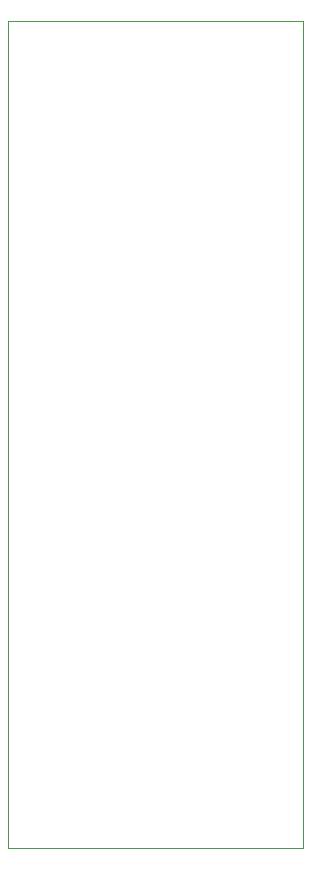
<source format=gbr>
G04 (created by PCBNEW (2013-jul-07)-stable) date 2015年01月19日 01時15分13秒*
%MOIN*%
G04 Gerber Fmt 3.4, Leading zero omitted, Abs format*
%FSLAX34Y34*%
G01*
G70*
G90*
G04 APERTURE LIST*
%ADD10C,0.00590551*%
%ADD11C,0.00393701*%
G04 APERTURE END LIST*
G54D10*
G54D11*
X23622Y-44094D02*
X23622Y-16535D01*
X33464Y-44094D02*
X23622Y-44094D01*
X33464Y-16535D02*
X33464Y-44094D01*
X23622Y-16535D02*
X33464Y-16535D01*
M02*

</source>
